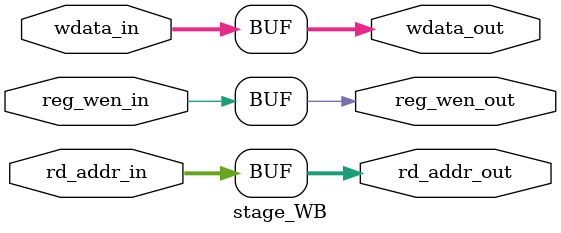
<source format=v>
module stage_WB #(
    parameter DATA_WIDTH     = 32,
    parameter REG_ADDR_WIDTH = 4
)(
    input  wire                      reg_wen_in,
    input  wire [REG_ADDR_WIDTH-1:0] rd_addr_in,
    input  wire [DATA_WIDTH-1:0]     wdata_in,

    output wire                      reg_wen_out,
    output wire [REG_ADDR_WIDTH-1:0] rd_addr_out,
    output wire [DATA_WIDTH-1:0]     wdata_out
);

    assign reg_wen_out  = reg_wen_in;
    assign rd_addr_out  = rd_addr_in;
    assign wdata_out    = wdata_in;

endmodule

</source>
